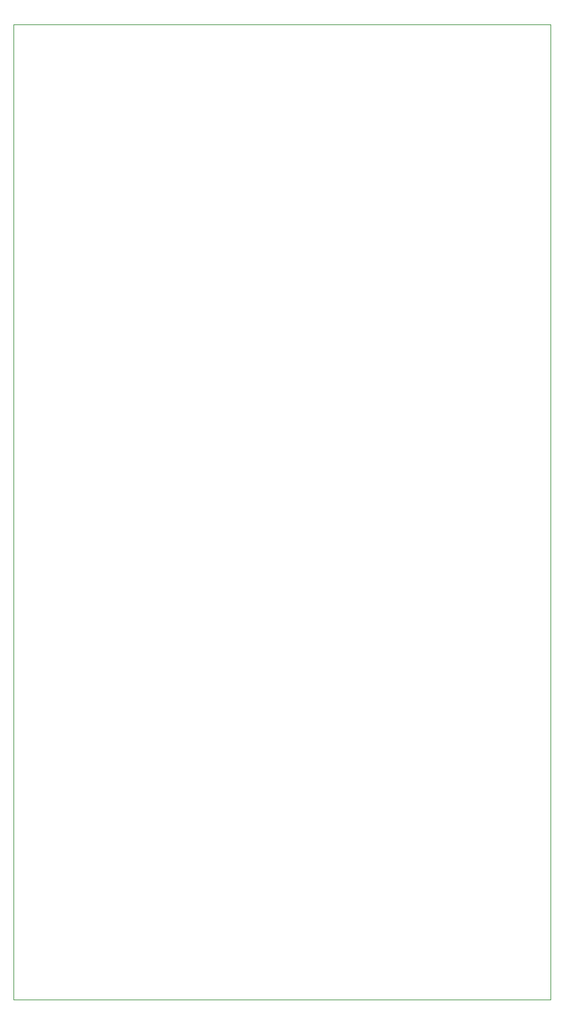
<source format=gbr>
G04 #@! TF.GenerationSoftware,KiCad,Pcbnew,(6.0.1)*
G04 #@! TF.CreationDate,2023-03-03T18:44:23-08:00*
G04 #@! TF.ProjectId,panel,70616e65-6c2e-46b6-9963-61645f706362,2.1*
G04 #@! TF.SameCoordinates,Original*
G04 #@! TF.FileFunction,Profile,NP*
%FSLAX46Y46*%
G04 Gerber Fmt 4.6, Leading zero omitted, Abs format (unit mm)*
G04 Created by KiCad (PCBNEW (6.0.1)) date 2023-03-03 18:44:23*
%MOMM*%
%LPD*%
G01*
G04 APERTURE LIST*
G04 #@! TA.AperFunction,Profile*
%ADD10C,0.050000*%
G04 #@! TD*
G04 APERTURE END LIST*
D10*
X110800000Y-30750000D02*
X40000000Y-30750000D01*
X110800000Y-159150000D02*
X110800000Y-30750000D01*
X40000000Y-159150000D02*
X110800000Y-159150000D01*
X40000000Y-30750000D02*
X40000000Y-159150000D01*
M02*

</source>
